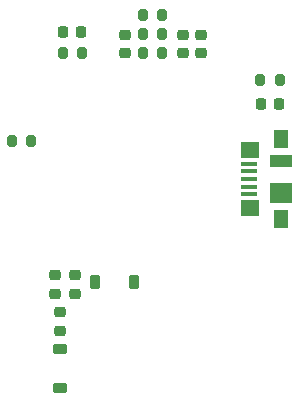
<source format=gbr>
%TF.GenerationSoftware,KiCad,Pcbnew,8.0.5*%
%TF.CreationDate,2024-09-29T15:37:39+05:30*%
%TF.ProjectId,waveform_generator,77617665-666f-4726-9d5f-67656e657261,rev?*%
%TF.SameCoordinates,Original*%
%TF.FileFunction,Paste,Top*%
%TF.FilePolarity,Positive*%
%FSLAX46Y46*%
G04 Gerber Fmt 4.6, Leading zero omitted, Abs format (unit mm)*
G04 Created by KiCad (PCBNEW 8.0.5) date 2024-09-29 15:37:39*
%MOMM*%
%LPD*%
G01*
G04 APERTURE LIST*
G04 Aperture macros list*
%AMRoundRect*
0 Rectangle with rounded corners*
0 $1 Rounding radius*
0 $2 $3 $4 $5 $6 $7 $8 $9 X,Y pos of 4 corners*
0 Add a 4 corners polygon primitive as box body*
4,1,4,$2,$3,$4,$5,$6,$7,$8,$9,$2,$3,0*
0 Add four circle primitives for the rounded corners*
1,1,$1+$1,$2,$3*
1,1,$1+$1,$4,$5*
1,1,$1+$1,$6,$7*
1,1,$1+$1,$8,$9*
0 Add four rect primitives between the rounded corners*
20,1,$1+$1,$2,$3,$4,$5,0*
20,1,$1+$1,$4,$5,$6,$7,0*
20,1,$1+$1,$6,$7,$8,$9,0*
20,1,$1+$1,$8,$9,$2,$3,0*%
G04 Aperture macros list end*
%ADD10RoundRect,0.225000X-0.250000X0.225000X-0.250000X-0.225000X0.250000X-0.225000X0.250000X0.225000X0*%
%ADD11RoundRect,0.218750X0.256250X-0.218750X0.256250X0.218750X-0.256250X0.218750X-0.256250X-0.218750X0*%
%ADD12RoundRect,0.200000X-0.200000X-0.275000X0.200000X-0.275000X0.200000X0.275000X-0.200000X0.275000X0*%
%ADD13RoundRect,0.225000X-0.225000X-0.250000X0.225000X-0.250000X0.225000X0.250000X-0.225000X0.250000X0*%
%ADD14R,1.380000X0.450000*%
%ADD15R,1.300000X1.650000*%
%ADD16R,1.550000X1.425000*%
%ADD17R,1.900000X1.800000*%
%ADD18R,1.900000X1.000000*%
%ADD19RoundRect,0.200000X0.200000X0.275000X-0.200000X0.275000X-0.200000X-0.275000X0.200000X-0.275000X0*%
%ADD20RoundRect,0.225000X-0.225000X-0.375000X0.225000X-0.375000X0.225000X0.375000X-0.225000X0.375000X0*%
%ADD21RoundRect,0.225000X-0.375000X0.225000X-0.375000X-0.225000X0.375000X-0.225000X0.375000X0.225000X0*%
%ADD22RoundRect,0.218750X-0.218750X-0.256250X0.218750X-0.256250X0.218750X0.256250X-0.218750X0.256250X0*%
G04 APERTURE END LIST*
D10*
%TO.C,C5*%
X211600000Y-58150000D03*
X211600000Y-59700000D03*
%TD*%
%TO.C,C2*%
X200900000Y-78500000D03*
X200900000Y-80050000D03*
%TD*%
%TO.C,C6*%
X210000000Y-58125000D03*
X210000000Y-59675000D03*
%TD*%
D11*
%TO.C,C8*%
X199600000Y-83175000D03*
X199600000Y-81600000D03*
%TD*%
D12*
%TO.C,R5*%
X206650000Y-56500000D03*
X208300000Y-56500000D03*
%TD*%
D13*
%TO.C,C3*%
X199850000Y-57900000D03*
X201400000Y-57900000D03*
%TD*%
D12*
%TO.C,R6*%
X216575000Y-62000000D03*
X218225000Y-62000000D03*
%TD*%
D10*
%TO.C,C1*%
X199200000Y-78500000D03*
X199200000Y-80050000D03*
%TD*%
%TO.C,C4*%
X205100000Y-58150000D03*
X205100000Y-59700000D03*
%TD*%
D14*
%TO.C,J5*%
X215640000Y-71650000D03*
X215640000Y-71000000D03*
X215640000Y-70350000D03*
X215640000Y-69700000D03*
X215640000Y-69050000D03*
D15*
X218300000Y-73725000D03*
D16*
X215725000Y-72837500D03*
D17*
X218300000Y-71500000D03*
D18*
X218300000Y-68800000D03*
D16*
X215725000Y-67862500D03*
D15*
X218300000Y-66975000D03*
%TD*%
D19*
%TO.C,R4*%
X208300000Y-58100000D03*
X206650000Y-58100000D03*
%TD*%
%TO.C,R2*%
X201500000Y-59700000D03*
X199850000Y-59700000D03*
%TD*%
D20*
%TO.C,D2*%
X202550000Y-79100000D03*
X205850000Y-79100000D03*
%TD*%
D21*
%TO.C,D1*%
X199600000Y-84750000D03*
X199600000Y-88050000D03*
%TD*%
D12*
%TO.C,R3*%
X206650000Y-59700000D03*
X208300000Y-59700000D03*
%TD*%
D22*
%TO.C,D3*%
X216612500Y-64000000D03*
X218187500Y-64000000D03*
%TD*%
D19*
%TO.C,R1*%
X197200000Y-67100000D03*
X195550000Y-67100000D03*
%TD*%
M02*

</source>
